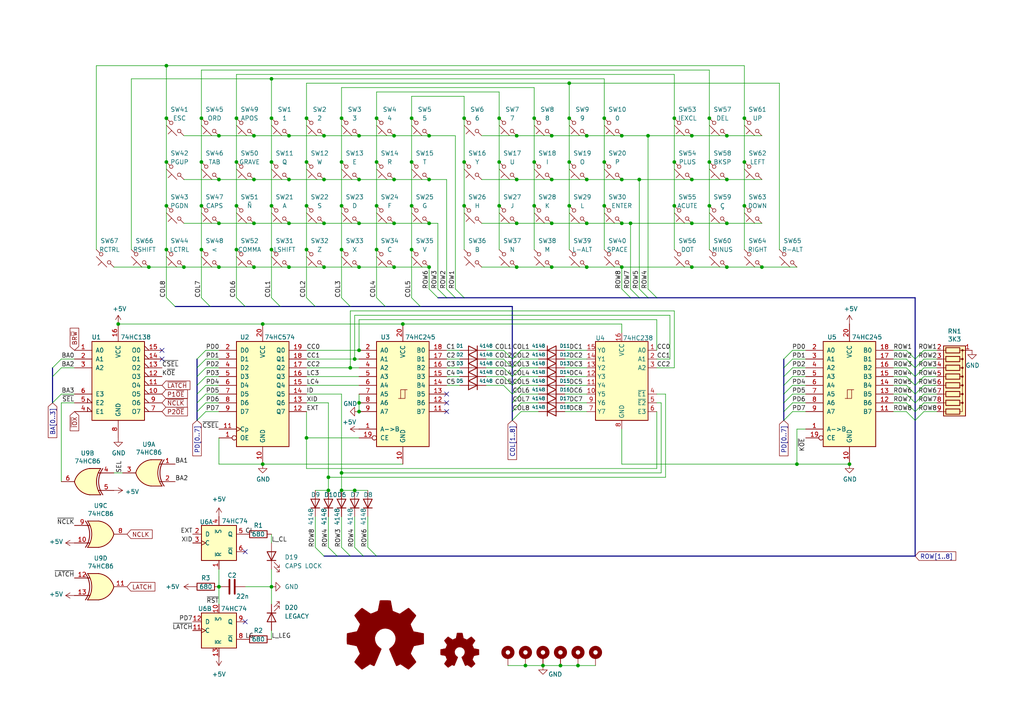
<source format=kicad_sch>
(kicad_sch (version 20231120) (generator "eeschema") (generator_version "8.0")
  (paper "A4")
  (title_block (title "Durango·PLUS extended Keyboard") (date "2024-11-08") (rev "v1.0") (company "@zuiko21") (comment 1 "(c) 2023-2024 Carlos J. Santisteban"))
  (junction (at 48.26 46.99))
  (junction (at 185.42 52.07))
  (junction (at 231.14 134.62))
  (junction (at 88.9 34.29))
  (junction (at 187.96 39.37))
  (junction (at 58.42 72.39))
  (junction (at 99.06 137.16))
  (junction (at 104.14 52.07))
  (junction (at 109.22 34.29))
  (junction (at 104.14 116.84))
  (junction (at 78.74 170.18))
  (junction (at 124.46 52.07))
  (junction (at 134.62 46.99))
  (junction (at 76.2 134.62))
  (junction (at 114.3 77.47))
  (junction (at 104.14 39.37))
  (junction (at 102.87 104.14))
  (junction (at 95.25 142.24))
  (junction (at 152.4 193.04))
  (junction (at 149.86 52.07))
  (junction (at 78.74 72.39))
  (junction (at 200.66 39.37))
  (junction (at 99.06 59.69))
  (junction (at 134.62 59.69))
  (junction (at 73.66 77.47))
  (junction (at 34.29 93.98))
  (junction (at 83.82 64.77))
  (junction (at 162.56 193.04))
  (junction (at 144.78 34.29))
  (junction (at 200.66 77.47))
  (junction (at 101.6 106.68))
  (junction (at 180.34 64.77))
  (junction (at 93.98 52.07))
  (junction (at 124.46 64.77))
  (junction (at 109.22 46.99))
  (junction (at 210.82 52.07))
  (junction (at 95.25 138.43))
  (junction (at 165.1 34.29))
  (junction (at 195.58 34.29))
  (junction (at 205.74 59.69))
  (junction (at 58.42 34.29))
  (junction (at 73.66 52.07))
  (junction (at 88.9 127))
  (junction (at 149.86 64.77))
  (junction (at 165.1 46.99))
  (junction (at 48.26 34.29))
  (junction (at 154.94 59.69))
  (junction (at 124.46 77.47))
  (junction (at 124.46 39.37))
  (junction (at 215.9 59.69))
  (junction (at 93.98 77.47))
  (junction (at 104.14 101.6))
  (junction (at 119.38 46.99))
  (junction (at 88.9 72.39))
  (junction (at 205.74 34.29))
  (junction (at 58.42 59.69))
  (junction (at 102.87 142.24))
  (junction (at 48.26 72.39))
  (junction (at 144.78 46.99))
  (junction (at 210.82 77.47))
  (junction (at 63.5 64.77))
  (junction (at 99.06 72.39))
  (junction (at 68.58 34.29))
  (junction (at 114.3 39.37))
  (junction (at 210.82 64.77))
  (junction (at 99.06 46.99))
  (junction (at 88.9 59.69))
  (junction (at 48.26 19.05))
  (junction (at 165.1 59.69))
  (junction (at 154.94 46.99))
  (junction (at 154.94 34.29))
  (junction (at 160.02 77.47))
  (junction (at 175.26 34.29))
  (junction (at 99.06 142.24))
  (junction (at 170.18 52.07))
  (junction (at 99.06 34.29))
  (junction (at 93.98 39.37))
  (junction (at 170.18 39.37))
  (junction (at 83.82 52.07))
  (junction (at 210.82 39.37))
  (junction (at 144.78 59.69))
  (junction (at 180.34 39.37))
  (junction (at 160.02 39.37))
  (junction (at 78.74 34.29))
  (junction (at 114.3 52.07))
  (junction (at 73.66 64.77))
  (junction (at 43.18 77.47))
  (junction (at 68.58 72.39))
  (junction (at 48.26 59.69))
  (junction (at 215.9 34.29))
  (junction (at 83.82 77.47))
  (junction (at 109.22 72.39))
  (junction (at 220.98 77.47))
  (junction (at 175.26 59.69))
  (junction (at 205.74 46.99))
  (junction (at 175.26 46.99))
  (junction (at 53.34 77.47))
  (junction (at 182.88 64.77))
  (junction (at 170.18 64.77))
  (junction (at 63.5 77.47))
  (junction (at 165.1 24.13))
  (junction (at 58.42 46.99))
  (junction (at 119.38 59.69))
  (junction (at 76.2 93.98))
  (junction (at 78.74 59.69))
  (junction (at 200.66 64.77))
  (junction (at 104.14 77.47))
  (junction (at 83.82 39.37))
  (junction (at 167.64 193.04))
  (junction (at 93.98 64.77))
  (junction (at 180.34 52.07))
  (junction (at 170.18 77.47))
  (junction (at 109.22 59.69))
  (junction (at 134.62 34.29))
  (junction (at 63.5 170.18))
  (junction (at 180.34 77.47))
  (junction (at 119.38 34.29))
  (junction (at 78.74 46.99))
  (junction (at 73.66 39.37))
  (junction (at 104.14 119.38))
  (junction (at 246.38 134.62))
  (junction (at 195.58 46.99))
  (junction (at 160.02 64.77))
  (junction (at 88.9 46.99))
  (junction (at 149.86 39.37))
  (junction (at 195.58 59.69))
  (junction (at 200.66 52.07))
  (junction (at 78.74 22.86))
  (junction (at 149.86 77.47))
  (junction (at 63.5 52.07))
  (junction (at 114.3 64.77))
  (junction (at 157.48 193.04))
  (junction (at 68.58 59.69))
  (junction (at 215.9 46.99))
  (junction (at 119.38 72.39))
  (junction (at 104.14 64.77))
  (junction (at 68.58 46.99))
  (junction (at 63.5 39.37))
  (junction (at 116.84 93.98))
  (junction (at 160.02 52.07))
  (no_connect (at 129.54 114.3))
  (no_connect (at 129.54 116.84))
  (no_connect (at 71.12 180.34))
  (no_connect (at 129.54 119.38))
  (no_connect (at 71.12 160.02))
  (no_connect (at 46.99 104.14))
  (no_connect (at 46.99 101.6))
  (bus_entry (at 262.89 111.76) (size 2.54 2.54))
  (bus_entry (at 57.15 104.14) (size 2.54 -2.54))
  (bus_entry (at 229.87 116.84) (size -2.54 2.54))
  (bus_entry (at 262.89 116.84) (size 2.54 2.54))
  (bus_entry (at 267.97 119.38) (size -2.54 2.54))
  (bus_entry (at 267.97 111.76) (size -2.54 2.54))
  (bus_entry (at 267.97 116.84) (size -2.54 2.54))
  (bus_entry (at 48.26 86.36) (size 2.54 2.54))
  (bus_entry (at 267.97 114.3) (size -2.54 2.54))
  (bus_entry (at 182.88 83.82) (size 2.54 2.54))
  (bus_entry (at 151.13 111.76) (size -2.54 2.54))
  (bus_entry (at 106.68 158.75) (size 2.54 2.54))
  (bus_entry (at 267.97 106.68) (size -2.54 2.54))
  (bus_entry (at 99.06 86.36) (size 2.54 2.54))
  (bus_entry (at 57.15 121.92) (size 2.54 -2.54))
  (bus_entry (at 146.05 111.76) (size 2.54 2.54))
  (bus_entry (at 146.05 109.22) (size 2.54 2.54))
  (bus_entry (at 15.24 109.22) (size 2.54 -2.54))
  (bus_entry (at 180.34 83.82) (size 2.54 2.54))
  (bus_entry (at 151.13 104.14) (size -2.54 2.54))
  (bus_entry (at 151.13 106.68) (size -2.54 2.54))
  (bus_entry (at 151.13 119.38) (size -2.54 2.54))
  (bus_entry (at 229.87 114.3) (size -2.54 2.54))
  (bus_entry (at 267.97 101.6) (size -2.54 2.54))
  (bus_entry (at 15.24 116.84) (size 2.54 -2.54))
  (bus_entry (at 146.05 104.14) (size 2.54 2.54))
  (bus_entry (at 15.24 106.68) (size 2.54 -2.54))
  (bus_entry (at 88.9 86.36) (size 2.54 2.54))
  (bus_entry (at 57.15 106.68) (size 2.54 -2.54))
  (bus_entry (at 185.42 83.82) (size 2.54 2.54))
  (bus_entry (at 229.87 109.22) (size -2.54 2.54))
  (bus_entry (at 146.05 101.6) (size 2.54 2.54))
  (bus_entry (at 262.89 104.14) (size 2.54 2.54))
  (bus_entry (at 132.08 83.82) (size 2.54 2.54))
  (bus_entry (at 68.58 86.36) (size 2.54 2.54))
  (bus_entry (at 151.13 114.3) (size -2.54 2.54))
  (bus_entry (at 129.54 83.82) (size 2.54 2.54))
  (bus_entry (at 229.87 111.76) (size -2.54 2.54))
  (bus_entry (at 229.87 101.6) (size -2.54 2.54))
  (bus_entry (at 99.06 158.75) (size 2.54 2.54))
  (bus_entry (at 57.15 116.84) (size 2.54 -2.54))
  (bus_entry (at 229.87 119.38) (size -2.54 2.54))
  (bus_entry (at 57.15 119.38) (size 2.54 -2.54))
  (bus_entry (at 262.89 114.3) (size 2.54 2.54))
  (bus_entry (at 229.87 106.68) (size -2.54 2.54))
  (bus_entry (at 151.13 101.6) (size -2.54 2.54))
  (bus_entry (at 151.13 109.22) (size -2.54 2.54))
  (bus_entry (at 102.87 158.75) (size 2.54 2.54))
  (bus_entry (at 109.22 86.36) (size 2.54 2.54))
  (bus_entry (at 267.97 104.14) (size -2.54 2.54))
  (bus_entry (at 146.05 106.68) (size 2.54 2.54))
  (bus_entry (at 262.89 109.22) (size 2.54 2.54))
  (bus_entry (at 119.38 86.36) (size 2.54 2.54))
  (bus_entry (at 127 83.82) (size 2.54 2.54))
  (bus_entry (at 262.89 119.38) (size 2.54 2.54))
  (bus_entry (at 91.44 158.75) (size 2.54 2.54))
  (bus_entry (at 124.46 83.82) (size 2.54 2.54))
  (bus_entry (at 58.42 86.36) (size 2.54 2.54))
  (bus_entry (at 151.13 116.84) (size -2.54 2.54))
  (bus_entry (at 57.15 111.76) (size 2.54 -2.54))
  (bus_entry (at 57.15 114.3) (size 2.54 -2.54))
  (bus_entry (at 262.89 106.68) (size 2.54 2.54))
  (bus_entry (at 57.15 109.22) (size 2.54 -2.54))
  (bus_entry (at 95.25 158.75) (size 2.54 2.54))
  (bus_entry (at 78.74 86.36) (size 2.54 2.54))
  (bus_entry (at 262.89 101.6) (size 2.54 2.54))
  (bus_entry (at 187.96 83.82) (size 2.54 2.54))
  (bus_entry (at 267.97 109.22) (size -2.54 2.54))
  (bus_entry (at 229.87 104.14) (size -2.54 2.54))
  (wire (pts (xy 259.08 111.76) (xy 262.89 111.76)))
  (wire (pts (xy 83.82 77.47) (xy 93.98 77.47)))
  (wire (pts (xy 95.25 138.43) (xy 193.04 138.43)))
  (wire (pts (xy 109.22 34.29) (xy 109.22 46.99)))
  (bus (pts (xy 227.33 106.68) (xy 227.33 109.22)))
  (bus (pts (xy 148.59 114.3) (xy 148.59 116.84)))
  (wire (pts (xy 58.42 34.29) (xy 58.42 46.99)))
  (wire (pts (xy 48.26 19.05) (xy 215.9 19.05)))
  (bus (pts (xy 227.33 119.38) (xy 227.33 121.92)))
  (wire (pts (xy 63.5 170.18) (xy 63.5 175.26)))
  (wire (pts (xy 193.04 114.3) (xy 190.5 114.3)))
  (bus (pts (xy 101.6 161.29) (xy 105.41 161.29)))
  (wire (pts (xy 93.98 77.47) (xy 104.14 77.47)))
  (wire (pts (xy 156.21 101.6) (xy 151.13 101.6)))
  (wire (pts (xy 114.3 39.37) (xy 124.46 39.37)))
  (wire (pts (xy 124.46 64.77) (xy 127 64.77)))
  (wire (pts (xy 63.5 39.37) (xy 73.66 39.37)))
  (wire (pts (xy 88.9 111.76) (xy 104.14 111.76)))
  (wire (pts (xy 210.82 52.07) (xy 220.98 52.07)))
  (wire (pts (xy 170.18 64.77) (xy 180.34 64.77)))
  (wire (pts (xy 48.26 59.69) (xy 48.26 72.39)))
  (wire (pts (xy 59.69 106.68) (xy 63.5 106.68)))
  (wire (pts (xy 127 64.77) (xy 127 83.82)))
  (bus (pts (xy 148.59 106.68) (xy 148.59 109.22)))
  (wire (pts (xy 165.1 59.69) (xy 165.1 72.39)))
  (wire (pts (xy 233.68 106.68) (xy 229.87 106.68)))
  (wire (pts (xy 165.1 34.29) (xy 165.1 24.13)))
  (wire (pts (xy 63.5 109.22) (xy 59.69 109.22)))
  (wire (pts (xy 144.78 34.29) (xy 144.78 46.99)))
  (wire (pts (xy 205.74 34.29) (xy 205.74 46.99)))
  (wire (pts (xy 167.64 193.04) (xy 172.72 193.04)))
  (wire (pts (xy 220.98 77.47) (xy 231.14 77.47)))
  (wire (pts (xy 71.12 170.18) (xy 78.74 170.18)))
  (wire (pts (xy 88.9 135.89) (xy 88.9 127)))
  (wire (pts (xy 34.29 93.98) (xy 76.2 93.98)))
  (wire (pts (xy 180.34 39.37) (xy 170.18 39.37)))
  (wire (pts (xy 119.38 72.39) (xy 119.38 86.36)))
  (wire (pts (xy 53.34 52.07) (xy 63.5 52.07)))
  (wire (pts (xy 102.87 149.86) (xy 102.87 158.75)))
  (wire (pts (xy 53.34 64.77) (xy 63.5 64.77)))
  (wire (pts (xy 195.58 21.59) (xy 195.58 34.29)))
  (wire (pts (xy 210.82 64.77) (xy 220.98 64.77)))
  (wire (pts (xy 43.18 77.47) (xy 53.34 77.47)))
  (wire (pts (xy 68.58 46.99) (xy 68.58 59.69)))
  (wire (pts (xy 175.26 59.69) (xy 175.26 46.99)))
  (wire (pts (xy 195.58 106.68) (xy 195.58 90.17)))
  (wire (pts (xy 88.9 34.29) (xy 88.9 46.99)))
  (wire (pts (xy 99.06 46.99) (xy 99.06 34.29)))
  (wire (pts (xy 109.22 34.29) (xy 109.22 26.67)))
  (wire (pts (xy 68.58 34.29) (xy 68.58 21.59)))
  (wire (pts (xy 93.98 39.37) (xy 104.14 39.37)))
  (wire (pts (xy 190.5 106.68) (xy 195.58 106.68)))
  (wire (pts (xy 73.66 77.47) (xy 83.82 77.47)))
  (wire (pts (xy 144.78 46.99) (xy 144.78 59.69)))
  (bus (pts (xy 185.42 86.36) (xy 187.96 86.36)))
  (bus (pts (xy 121.92 88.9) (xy 148.59 88.9)))
  (wire (pts (xy 259.08 116.84) (xy 262.89 116.84)))
  (bus (pts (xy 148.59 119.38) (xy 148.59 121.92)))
  (wire (pts (xy 149.86 39.37) (xy 139.7 39.37)))
  (wire (pts (xy 190.5 116.84) (xy 191.77 116.84)))
  (wire (pts (xy 156.21 119.38) (xy 151.13 119.38)))
  (wire (pts (xy 33.02 77.47) (xy 43.18 77.47)))
  (bus (pts (xy 105.41 161.29) (xy 109.22 161.29)))
  (wire (pts (xy 99.06 137.16) (xy 99.06 142.24)))
  (wire (pts (xy 157.48 193.04) (xy 162.56 193.04)))
  (wire (pts (xy 88.9 59.69) (xy 88.9 72.39)))
  (wire (pts (xy 175.26 72.39) (xy 175.26 59.69)))
  (wire (pts (xy 160.02 77.47) (xy 170.18 77.47)))
  (wire (pts (xy 99.06 59.69) (xy 99.06 46.99)))
  (wire (pts (xy 78.74 34.29) (xy 78.74 46.99)))
  (wire (pts (xy 102.87 104.14) (xy 104.14 104.14)))
  (wire (pts (xy 233.68 111.76) (xy 229.87 111.76)))
  (wire (pts (xy 154.94 46.99) (xy 154.94 34.29)))
  (wire (pts (xy 129.54 109.22) (xy 133.35 109.22)))
  (wire (pts (xy 267.97 101.6) (xy 271.78 101.6)))
  (wire (pts (xy 88.9 114.3) (xy 99.06 114.3)))
  (wire (pts (xy 114.3 64.77) (xy 124.46 64.77)))
  (wire (pts (xy 133.35 104.14) (xy 129.54 104.14)))
  (wire (pts (xy 163.83 101.6) (xy 170.18 101.6)))
  (wire (pts (xy 78.74 170.18) (xy 78.74 165.1)))
  (bus (pts (xy 265.43 106.68) (xy 265.43 109.22)))
  (wire (pts (xy 215.9 46.99) (xy 215.9 59.69)))
  (wire (pts (xy 170.18 111.76) (xy 163.83 111.76)))
  (wire (pts (xy 91.44 149.86) (xy 91.44 158.75)))
  (bus (pts (xy 109.22 161.29) (xy 265.43 161.29)))
  (wire (pts (xy 180.34 39.37) (xy 187.96 39.37)))
  (wire (pts (xy 59.69 116.84) (xy 63.5 116.84)))
  (wire (pts (xy 194.31 104.14) (xy 190.5 104.14)))
  (wire (pts (xy 147.32 193.04) (xy 152.4 193.04)))
  (bus (pts (xy 227.33 109.22) (xy 227.33 111.76)))
  (bus (pts (xy 132.08 86.36) (xy 134.62 86.36)))
  (wire (pts (xy 175.26 22.86) (xy 78.74 22.86)))
  (wire (pts (xy 114.3 77.47) (xy 124.46 77.47)))
  (wire (pts (xy 259.08 106.68) (xy 262.89 106.68)))
  (wire (pts (xy 267.97 116.84) (xy 271.78 116.84)))
  (wire (pts (xy 231.14 134.62) (xy 246.38 134.62)))
  (wire (pts (xy 21.59 114.3) (xy 17.78 114.3)))
  (wire (pts (xy 182.88 64.77) (xy 200.66 64.77)))
  (wire (pts (xy 259.08 109.22) (xy 262.89 109.22)))
  (wire (pts (xy 233.68 101.6) (xy 229.87 101.6)))
  (wire (pts (xy 152.4 193.04) (xy 157.48 193.04)))
  (wire (pts (xy 259.08 119.38) (xy 262.89 119.38)))
  (wire (pts (xy 215.9 59.69) (xy 215.9 72.39)))
  (wire (pts (xy 231.14 124.46) (xy 231.14 134.62)))
  (wire (pts (xy 78.74 170.18) (xy 78.74 175.26)))
  (wire (pts (xy 17.78 116.84) (xy 17.78 139.7)))
  (wire (pts (xy 99.06 72.39) (xy 99.06 86.36)))
  (wire (pts (xy 104.14 114.3) (xy 104.14 116.84)))
  (wire (pts (xy 259.08 101.6) (xy 262.89 101.6)))
  (wire (pts (xy 119.38 27.94) (xy 134.62 27.94)))
  (wire (pts (xy 185.42 52.07) (xy 185.42 83.82)))
  (wire (pts (xy 38.1 22.86) (xy 38.1 72.39)))
  (wire (pts (xy 48.26 34.29) (xy 48.26 19.05)))
  (wire (pts (xy 88.9 46.99) (xy 88.9 59.69)))
  (wire (pts (xy 267.97 109.22) (xy 271.78 109.22)))
  (bus (pts (xy 15.24 109.22) (xy 15.24 116.84)))
  (wire (pts (xy 63.5 134.62) (xy 76.2 134.62)))
  (wire (pts (xy 33.02 137.16) (xy 35.56 137.16)))
  (wire (pts (xy 259.08 104.14) (xy 262.89 104.14)))
  (wire (pts (xy 182.88 64.77) (xy 182.88 83.82)))
  (wire (pts (xy 109.22 46.99) (xy 109.22 59.69)))
  (wire (pts (xy 175.26 46.99) (xy 175.26 34.29)))
  (wire (pts (xy 267.97 106.68) (xy 271.78 106.68)))
  (wire (pts (xy 99.06 59.69) (xy 99.06 72.39)))
  (wire (pts (xy 116.84 93.98) (xy 180.34 93.98)))
  (bus (pts (xy 148.59 111.76) (xy 148.59 114.3)))
  (wire (pts (xy 170.18 116.84) (xy 163.83 116.84)))
  (bus (pts (xy 265.43 86.36) (xy 265.43 104.14)))
  (wire (pts (xy 102.87 142.24) (xy 106.68 142.24)))
  (wire (pts (xy 187.96 39.37) (xy 200.66 39.37)))
  (wire (pts (xy 78.74 154.94) (xy 78.74 157.48)))
  (wire (pts (xy 195.58 46.99) (xy 195.58 59.69)))
  (wire (pts (xy 190.5 92.71) (xy 104.14 92.71)))
  (wire (pts (xy 139.7 77.47) (xy 149.86 77.47)))
  (wire (pts (xy 78.74 46.99) (xy 78.74 59.69)))
  (wire (pts (xy 170.18 52.07) (xy 160.02 52.07)))
  (wire (pts (xy 63.5 111.76) (xy 59.69 111.76)))
  (bus (pts (xy 111.76 88.9) (xy 121.92 88.9)))
  (bus (pts (xy 227.33 114.3) (xy 227.33 116.84)))
  (wire (pts (xy 104.14 52.07) (xy 114.3 52.07)))
  (wire (pts (xy 63.5 52.07) (xy 73.66 52.07)))
  (wire (pts (xy 63.5 77.47) (xy 73.66 77.47)))
  (wire (pts (xy 88.9 116.84) (xy 95.25 116.84)))
  (wire (pts (xy 102.87 104.14) (xy 102.87 91.44)))
  (wire (pts (xy 170.18 77.47) (xy 180.34 77.47)))
  (wire (pts (xy 53.34 77.47) (xy 63.5 77.47)))
  (wire (pts (xy 88.9 101.6) (xy 104.14 101.6)))
  (wire (pts (xy 88.9 104.14) (xy 102.87 104.14)))
  (wire (pts (xy 180.34 52.07) (xy 170.18 52.07)))
  (wire (pts (xy 76.2 93.98) (xy 116.84 93.98)))
  (wire (pts (xy 156.21 106.68) (xy 151.13 106.68)))
  (bus (pts (xy 265.43 119.38) (xy 265.43 121.92)))
  (wire (pts (xy 109.22 26.67) (xy 144.78 26.67)))
  (wire (pts (xy 101.6 106.68) (xy 104.14 106.68)))
  (wire (pts (xy 134.62 27.94) (xy 134.62 34.29)))
  (wire (pts (xy 139.7 64.77) (xy 149.86 64.77)))
  (wire (pts (xy 58.42 59.69) (xy 58.42 72.39)))
  (wire (pts (xy 104.14 77.47) (xy 114.3 77.47)))
  (wire (pts (xy 83.82 64.77) (xy 93.98 64.77)))
  (wire (pts (xy 109.22 59.69) (xy 109.22 72.39)))
  (bus (pts (xy 227.33 104.14) (xy 227.33 106.68)))
  (wire (pts (xy 160.02 64.77) (xy 170.18 64.77)))
  (wire (pts (xy 170.18 119.38) (xy 163.83 119.38)))
  (wire (pts (xy 21.59 104.14) (xy 17.78 104.14)))
  (wire (pts (xy 154.94 72.39) (xy 154.94 59.69)))
  (wire (pts (xy 76.2 134.62) (xy 116.84 134.62)))
  (wire (pts (xy 190.5 135.89) (xy 190.5 119.38)))
  (wire (pts (xy 91.44 142.24) (xy 95.25 142.24)))
  (bus (pts (xy 265.43 121.92) (xy 265.43 161.29)))
  (wire (pts (xy 200.66 52.07) (xy 210.82 52.07)))
  (wire (pts (xy 27.94 19.05) (xy 27.94 72.39)))
  (wire (pts (xy 63.5 165.1) (xy 63.5 170.18)))
  (bus (pts (xy 129.54 86.36) (xy 132.08 86.36)))
  (wire (pts (xy 154.94 34.29) (xy 154.94 25.4)))
  (wire (pts (xy 195.58 59.69) (xy 195.58 72.39)))
  (wire (pts (xy 140.97 111.76) (xy 146.05 111.76)))
  (wire (pts (xy 175.26 34.29) (xy 175.26 22.86)))
  (wire (pts (xy 58.42 20.32) (xy 58.42 34.29)))
  (wire (pts (xy 149.86 64.77) (xy 160.02 64.77)))
  (bus (pts (xy 227.33 111.76) (xy 227.33 114.3)))
  (wire (pts (xy 233.68 116.84) (xy 229.87 116.84)))
  (wire (pts (xy 78.74 22.86) (xy 78.74 34.29)))
  (wire (pts (xy 119.38 34.29) (xy 119.38 27.94)))
  (wire (pts (xy 200.66 64.77) (xy 210.82 64.77)))
  (wire (pts (xy 78.74 182.88) (xy 78.74 185.42)))
  (wire (pts (xy 156.21 104.14) (xy 151.13 104.14)))
  (wire (pts (xy 114.3 52.07) (xy 124.46 52.07)))
  (wire (pts (xy 95.25 138.43) (xy 95.25 142.24)))
  (wire (pts (xy 180.34 124.46) (xy 180.34 134.62)))
  (wire (pts (xy 99.06 149.86) (xy 99.06 158.75)))
  (wire (pts (xy 124.46 39.37) (xy 132.08 39.37)))
  (wire (pts (xy 101.6 90.17) (xy 101.6 106.68)))
  (wire (pts (xy 200.66 39.37) (xy 210.82 39.37)))
  (wire (pts (xy 233.68 109.22) (xy 229.87 109.22)))
  (wire (pts (xy 205.74 59.69) (xy 205.74 72.39)))
  (wire (pts (xy 190.5 135.89) (xy 88.9 135.89)))
  (wire (pts (xy 156.21 116.84) (xy 151.13 116.84)))
  (bus (pts (xy 265.43 114.3) (xy 265.43 116.84)))
  (wire (pts (xy 88.9 109.22) (xy 104.14 109.22)))
  (wire (pts (xy 99.06 142.24) (xy 102.87 142.24)))
  (wire (pts (xy 119.38 59.69) (xy 119.38 72.39)))
  (wire (pts (xy 21.59 116.84) (xy 17.78 116.84)))
  (wire (pts (xy 267.97 114.3) (xy 271.78 114.3)))
  (wire (pts (xy 63.5 104.14) (xy 59.69 104.14)))
  (wire (pts (xy 210.82 77.47) (xy 220.98 77.47)))
  (wire (pts (xy 48.26 34.29) (xy 48.26 46.99)))
  (wire (pts (xy 160.02 39.37) (xy 149.86 39.37)))
  (wire (pts (xy 200.66 77.47) (xy 210.82 77.47)))
  (wire (pts (xy 58.42 46.99) (xy 58.42 59.69)))
  (wire (pts (xy 180.34 52.07) (xy 185.42 52.07)))
  (wire (pts (xy 233.68 114.3) (xy 229.87 114.3)))
  (wire (pts (xy 170.18 114.3) (xy 163.83 114.3)))
  (bus (pts (xy 182.88 86.36) (xy 185.42 86.36)))
  (bus (pts (xy 187.96 86.36) (xy 190.5 86.36)))
  (wire (pts (xy 78.74 72.39) (xy 78.74 86.36)))
  (wire (pts (xy 195.58 90.17) (xy 101.6 90.17)))
  (wire (pts (xy 129.54 111.76) (xy 133.35 111.76)))
  (wire (pts (xy 233.68 104.14) (xy 229.87 104.14)))
  (wire (pts (xy 170.18 106.68) (xy 163.83 106.68)))
  (bus (pts (xy 57.15 106.68) (xy 57.15 109.22)))
  (wire (pts (xy 170.18 109.22) (xy 163.83 109.22)))
  (bus (pts (xy 265.43 111.76) (xy 265.43 114.3)))
  (wire (pts (xy 156.21 109.22) (xy 151.13 109.22)))
  (wire (pts (xy 104.14 64.77) (xy 114.3 64.77)))
  (wire (pts (xy 88.9 119.38) (xy 88.9 127)))
  (wire (pts (xy 205.74 46.99) (xy 205.74 59.69)))
  (wire (pts (xy 78.74 59.69) (xy 78.74 72.39)))
  (wire (pts (xy 93.98 64.77) (xy 104.14 64.77)))
  (bus (pts (xy 81.28 88.9) (xy 91.44 88.9)))
  (wire (pts (xy 68.58 72.39) (xy 68.58 86.36)))
  (wire (pts (xy 215.9 19.05) (xy 215.9 34.29)))
  (wire (pts (xy 88.9 127) (xy 104.14 127)))
  (wire (pts (xy 170.18 39.37) (xy 160.02 39.37)))
  (wire (pts (xy 140.97 106.68) (xy 146.05 106.68)))
  (wire (pts (xy 162.56 193.04) (xy 167.64 193.04)))
  (wire (pts (xy 180.34 93.98) (xy 180.34 96.52)))
  (wire (pts (xy 140.97 109.22) (xy 146.05 109.22)))
  (bus (pts (xy 57.15 116.84) (xy 57.15 119.38)))
  (wire (pts (xy 78.74 22.86) (xy 38.1 22.86)))
  (bus (pts (xy 127 86.36) (xy 129.54 86.36)))
  (bus (pts (xy 57.15 114.3) (xy 57.15 116.84)))
  (bus (pts (xy 134.62 86.36) (xy 182.88 86.36)))
  (wire (pts (xy 165.1 24.13) (xy 88.9 24.13)))
  (wire (pts (xy 68.58 59.69) (xy 68.58 72.39)))
  (wire (pts (xy 195.58 34.29) (xy 195.58 46.99)))
  (bus (pts (xy 265.43 116.84) (xy 265.43 119.38)))
  (wire (pts (xy 190.5 101.6) (xy 190.5 92.71)))
  (wire (pts (xy 109.22 72.39) (xy 109.22 86.36)))
  (bus (pts (xy 71.12 88.9) (xy 81.28 88.9)))
  (wire (pts (xy 185.42 52.07) (xy 200.66 52.07)))
  (wire (pts (xy 48.26 19.05) (xy 27.94 19.05)))
  (wire (pts (xy 180.34 134.62) (xy 231.14 134.62)))
  (wire (pts (xy 191.77 116.84) (xy 191.77 137.16)))
  (wire (pts (xy 119.38 34.29) (xy 119.38 46.99)))
  (wire (pts (xy 267.97 104.14) (xy 271.78 104.14)))
  (wire (pts (xy 53.34 39.37) (xy 63.5 39.37)))
  (wire (pts (xy 63.5 101.6) (xy 59.69 101.6)))
  (wire (pts (xy 73.66 39.37) (xy 83.82 39.37)))
  (wire (pts (xy 267.97 111.76) (xy 271.78 111.76)))
  (bus (pts (xy 101.6 88.9) (xy 111.76 88.9)))
  (wire (pts (xy 99.06 114.3) (xy 99.06 137.16)))
  (bus (pts (xy 97.79 161.29) (xy 101.6 161.29)))
  (wire (pts (xy 88.9 72.39) (xy 88.9 86.36)))
  (wire (pts (xy 144.78 59.69) (xy 144.78 72.39)))
  (wire (pts (xy 226.06 24.13) (xy 226.06 72.39)))
  (wire (pts (xy 165.1 24.13) (xy 226.06 24.13)))
  (wire (pts (xy 63.5 127) (xy 63.5 134.62)))
  (wire (pts (xy 180.34 77.47) (xy 180.34 83.82)))
  (wire (pts (xy 134.62 59.69) (xy 134.62 46.99)))
  (wire (pts (xy 233.68 124.46) (xy 231.14 124.46)))
  (wire (pts (xy 106.68 158.75) (xy 106.68 149.86)))
  (wire (pts (xy 102.87 91.44) (xy 194.31 91.44)))
  (wire (pts (xy 59.69 119.38) (xy 63.5 119.38)))
  (wire (pts (xy 160.02 52.07) (xy 149.86 52.07)))
  (bus (pts (xy 93.98 161.29) (xy 97.79 161.29)))
  (bus (pts (xy 148.59 104.14) (xy 148.59 106.68)))
  (wire (pts (xy 140.97 101.6) (xy 146.05 101.6)))
  (bus (pts (xy 148.59 116.84) (xy 148.59 119.38)))
  (wire (pts (xy 149.86 52.07) (xy 139.7 52.07)))
  (wire (pts (xy 68.58 21.59) (xy 195.58 21.59)))
  (wire (pts (xy 165.1 46.99) (xy 165.1 59.69)))
  (wire (pts (xy 95.25 149.86) (xy 95.25 158.75)))
  (wire (pts (xy 215.9 34.29) (xy 215.9 46.99)))
  (wire (pts (xy 93.98 52.07) (xy 104.14 52.07)))
  (wire (pts (xy 210.82 39.37) (xy 220.98 39.37)))
  (wire (pts (xy 267.97 119.38) (xy 271.78 119.38)))
  (bus (pts (xy 15.24 106.68) (xy 15.24 109.22)))
  (wire (pts (xy 180.34 64.77) (xy 182.88 64.77)))
  (bus (pts (xy 57.15 104.14) (xy 57.15 106.68)))
  (wire (pts (xy 104.14 92.71) (xy 104.14 101.6)))
  (wire (pts (xy 95.25 116.84) (xy 95.25 138.43)))
  (wire (pts (xy 83.82 39.37) (xy 93.98 39.37)))
  (bus (pts (xy 57.15 119.38) (xy 57.15 121.92)))
  (wire (pts (xy 205.74 20.32) (xy 58.42 20.32)))
  (bus (pts (xy 148.59 109.22) (xy 148.59 111.76)))
  (wire (pts (xy 194.31 91.44) (xy 194.31 104.14)))
  (bus (pts (xy 190.5 86.36) (xy 265.43 86.36)))
  (wire (pts (xy 59.69 114.3) (xy 63.5 114.3)))
  (bus (pts (xy 50.8 88.9) (xy 60.96 88.9)))
  (wire (pts (xy 104.14 39.37) (xy 114.3 39.37)))
  (bus (pts (xy 60.96 88.9) (xy 71.12 88.9)))
  (bus (pts (xy 91.44 88.9) (xy 101.6 88.9)))
  (wire (pts (xy 129.54 52.07) (xy 129.54 83.82)))
  (wire (pts (xy 99.06 25.4) (xy 99.06 34.29)))
  (wire (pts (xy 58.42 72.39) (xy 58.42 86.36)))
  (wire (pts (xy 134.62 72.39) (xy 134.62 59.69)))
  (bus (pts (xy 148.59 88.9) (xy 148.59 104.14)))
  (bus (pts (xy 227.33 116.84) (xy 227.33 119.38)))
  (wire (pts (xy 119.38 46.99) (xy 119.38 59.69)))
  (wire (pts (xy 124.46 77.47) (xy 124.46 83.82)))
  (bus (pts (xy 57.15 109.22) (xy 57.15 111.76)))
  (bus (pts (xy 265.43 109.22) (xy 265.43 111.76)))
  (wire (pts (xy 63.5 64.77) (xy 73.66 64.77)))
  (wire (pts (xy 88.9 24.13) (xy 88.9 34.29)))
  (wire (pts (xy 144.78 26.67) (xy 144.78 34.29)))
  (wire (pts (xy 104.14 116.84) (xy 104.14 119.38)))
  (wire (pts (xy 187.96 39.37) (xy 187.96 83.82)))
  (wire (pts (xy 134.62 46.99) (xy 134.62 34.29)))
  (wire (pts (xy 129.54 106.68) (xy 133.35 106.68)))
  (wire (pts (xy 21.59 106.68) (xy 17.78 106.68)))
  (wire (pts (xy 149.86 77.47) (xy 160.02 77.47)))
  (wire (pts (xy 205.74 34.29) (xy 205.74 20.32)))
  (wire (pts (xy 48.26 46.99) (xy 48.26 59.69)))
  (wire (pts (xy 154.94 25.4) (xy 99.06 25.4)))
  (wire (pts (xy 163.83 104.14) (xy 170.18 104.14)))
  (wire (pts (xy 132.08 39.37) (xy 132.08 83.82)))
  (wire (pts (xy 88.9 106.68) (xy 101.6 106.68)))
  (wire (pts (xy 73.66 64.77) (xy 83.82 64.77)))
  (wire (pts (xy 151.13 114.3) (xy 156.21 114.3)))
  (wire (pts (xy 165.1 34.29) (xy 165.1 46.99)))
  (wire (pts (xy 73.66 52.07) (xy 83.82 52.07)))
  (wire (pts (xy 48.26 72.39) (xy 48.26 86.36)))
  (wire (pts (xy 180.34 77.47) (xy 200.66 77.47)))
  (wire (pts (xy 193.04 138.43) (xy 193.04 114.3)))
  (wire (pts (xy 259.08 114.3) (xy 262.89 114.3)))
  (wire (pts (xy 124.46 52.07) (xy 129.54 52.07)))
  (wire (pts (xy 233.68 119.38) (xy 229.87 119.38)))
  (wire (pts (xy 140.97 104.14) (xy 146.05 104.14)))
  (bus (pts (xy 57.15 111.76) (xy 57.15 114.3)))
  (wire (pts (xy 99.06 137.16) (xy 191.77 137.16)))
  (wire (pts (xy 129.54 101.6) (xy 133.35 101.6)))
  (wire (pts (xy 156.21 111.76) (xy 151.13 111.76)))
  (wire (pts (xy 83.82 52.07) (xy 93.98 52.07)))
  (bus (pts (xy 265.43 104.14) (xy 265.43 106.68)))
  (wire (pts (xy 154.94 59.69) (xy 154.94 46.99)))
  (wire (pts (xy 68.58 34.29) (xy 68.58 46.99)))
  (label "~{LATCH}" (at 21.59 167.64 180))
  (label "L_CL" (at 78.74 157.48 0))
  (label "ROW7" (at 271.78 116.84 180))
  (label "COL4" (at 153.67 109.22 180))
  (label "COL6" (at 68.58 86.36 90))
  (label "ROW3" (at 127 83.82 90))
  (label "ROW2" (at 259.08 104.14 0))
  (label "ROW4" (at 95.25 158.75 90))
  (label "COL1" (at 143.51 101.6 0))
  (label "CC2" (at 190.5 106.68 0))
  (label "PD2" (at 233.68 106.68 180))
  (label "C3" (at 132.08 106.68 180))
  (label "PD3" (at 233.68 109.22 180))
  (label "ROW1" (at 271.78 101.6 180))
  (label "BA2" (at 50.8 139.7 0))
  (label "ROW5" (at 271.78 111.76 180))
  (label "BA2" (at 21.59 106.68 180))
  (label "XID" (at 55.88 157.48 180))
  (label "LC4" (at 88.9 111.76 0))
  (label "BA0" (at 21.59 104.14 180))
  (label "DC2" (at 165.1 104.14 0))
  (label "EXT" (at 55.88 154.94 180))
  (label "COL8" (at 153.67 119.38 180))
  (label "COL5" (at 119.38 86.36 90))
  (label "COL1" (at 153.67 101.6 180))
  (label "CL" (at 71.12 154.94 0))
  (label "PD7" (at 233.68 119.38 180))
  (label "ROW1" (at 259.08 101.6 0))
  (label "COL7" (at 153.67 116.84 180))
  (label "CC0" (at 190.5 101.6 0))
  (label "XID" (at 88.9 116.84 0))
  (label "CC1" (at 88.9 104.14 0))
  (label "COL2" (at 88.9 86.36 90))
  (label "ROW3" (at 259.08 106.68 0))
  (label "PD6" (at 233.68 116.84 180))
  (label "ROW8" (at 271.78 119.38 180))
  (label "PD7" (at 59.69 119.38 0))
  (label "PD6" (at 59.69 116.84 0))
  (label "PD2" (at 59.69 106.68 0))
  (label "COL6" (at 153.67 114.3 180))
  (label "ROW4" (at 102.87 158.75 90))
  (label "COL8" (at 48.26 86.36 90))
  (label "L_LEG" (at 78.74 185.42 0))
  (label "ROW7" (at 182.88 83.82 90))
  (label "ROW3" (at 99.06 158.75 90))
  (label "DC6" (at 165.1 114.3 0))
  (label "PD4" (at 233.68 111.76 180))
  (label "ROW5" (at 259.08 111.76 0))
  (label "ROW8" (at 91.44 158.75 90))
  (label "ROW6" (at 259.08 114.3 0))
  (label "SEL" (at 35.56 137.16 90))
  (label "ROW4" (at 259.08 109.22 0))
  (label "PD3" (at 59.69 109.22 0))
  (label "ROW2" (at 271.78 104.14 180))
  (label "ROW7" (at 259.08 116.84 0))
  (label "BA1" (at 50.8 134.62 0))
  (label "LG" (at 71.12 185.42 0))
  (label "~{LATCH}" (at 55.88 182.88 180))
  (label "ROW6" (at 124.46 83.82 90))
  (label "~{CSEL}" (at 63.5 124.46 180))
  (label "ROW5" (at 185.42 83.82 90))
  (label "K~{OE}" (at 233.68 127 270))
  (label "COL2" (at 143.51 104.14 0))
  (label "C5" (at 132.08 111.76 180))
  (label "~{SEL}" (at 21.59 116.84 180))
  (label "K~{OE}" (at 46.99 109.22 0))
  (label "~{NCLK}" (at 21.59 152.4 180))
  (label "PD7" (at 55.88 180.34 180))
  (label "COL4" (at 143.51 109.22 0))
  (label "PD0" (at 233.68 101.6 180))
  (label "ROW4" (at 271.78 109.22 180))
  (label "PD5" (at 233.68 114.3 180))
  (label "DC7" (at 165.1 116.84 0))
  (label "DC5" (at 165.1 111.76 0))
  (label "BA3" (at 21.59 114.3 180))
  (label "PD4" (at 59.69 111.76 0))
  (label "ROW6" (at 106.68 158.75 90))
  (label "PD5" (at 59.69 114.3 0))
  (label "PD0" (at 59.69 101.6 0))
  (label "ROW4" (at 187.96 83.82 90))
  (label "CC2" (at 88.9 106.68 0))
  (label "~{RST}" (at 63.5 175.26 180))
  (label "COL1" (at 78.74 86.36 90))
  (label "DC1" (at 165.1 101.6 0))
  (label "PD1" (at 59.69 104.14 0))
  (label "COL3" (at 99.06 86.36 90))
  (label "CC1" (at 190.5 104.14 0))
  (label "ROW2" (at 129.54 83.82 90))
  (label "PD1" (at 233.68 104.14 180))
  (label "ROW1" (at 132.08 83.82 90))
  (label "C1" (at 132.08 101.6 180))
  (label "DC4" (at 165.1 109.22 0))
  (label "ROW3" (at 271.78 106.68 180))
  (label "COL5" (at 143.51 111.76 0))
  (label "COL5" (at 153.67 111.76 180))
  (label "EXT" (at 88.9 119.38 0))
  (label "COL7" (at 58.42 86.36 90))
  (label "C2" (at 132.08 104.14 180))
  (label "COL3" (at 143.51 106.68 0))
  (label "COL2" (at 153.67 104.14 180))
  (label "C4" (at 132.08 109.22 180))
  (label "ROW8" (at 259.08 119.38 0))
  (label "ROW8" (at 180.34 83.82 90))
  (label "LC3" (at 88.9 109.22 0))
  (label "ROW6" (at 271.78 114.3 180))
  (label "~{CSEL}" (at 46.99 106.68 0))
  (label "COL4" (at 109.22 86.36 90))
  (label "CC0" (at 88.9 101.6 0))
  (label "DC3" (at 165.1 106.68 0))
  (label "ID" (at 88.9 114.3 0))
  (label "COL3" (at 153.67 106.68 180))
  (label "DC8" (at 165.1 119.38 0))
  (global_label "~{LATCH}" (shape input) (at 46.99 111.76 0) (property "Intersheetrefs" "${INTERSHEET_REFS}" (effects (hide yes))))
  (global_label "PD[0..7]" (shape input) (at 227.33 121.92 270) (property "Intersheetrefs" "${INTERSHEET_REFS}" (effects (hide yes))))
  (global_label "COL[1..8]" (shape input) (at 148.59 121.92 270) (property "Intersheetrefs" "${INTERSHEET_REFS}" (effects (hide yes))))
  (global_label "NCLK" (shape input) (at 36.83 154.94 0) (property "Intersheetrefs" "${INTERSHEET_REFS}" (effects (hide yes))))
  (global_label "~{IOX}" (shape input) (at 21.59 119.38 270) (property "Intersheetrefs" "${INTERSHEET_REFS}" (effects (hide yes))))
  (global_label "~{NCLK}" (shape input) (at 46.99 116.84 0) (property "Intersheetrefs" "${INTERSHEET_REFS}" (effects (hide yes))))
  (global_label "PD[0..7]" (shape input) (at 57.15 121.92 270) (property "Intersheetrefs" "${INTERSHEET_REFS}" (effects (hide yes))))
  (global_label "P2~{OE}" (shape input) (at 46.99 119.38 0) (property "Intersheetrefs" "${INTERSHEET_REFS}" (effects (hide yes))))
  (global_label "LATCH" (shape input) (at 36.83 170.18 0) (property "Intersheetrefs" "${INTERSHEET_REFS}" (effects (hide yes))))
  (global_label "P1~{OE}" (shape input) (at 46.99 114.3 0) (property "Intersheetrefs" "${INTERSHEET_REFS}" (effects (hide yes))))
  (global_label "BA[0..3]" (shape input) (at 15.24 116.84 270) (property "Intersheetrefs" "${INTERSHEET_REFS}" (effects (hide yes))))
  (global_label "ROW[1..8]" (shape input) (at 265.43 161.29 0) (property "Intersheetrefs" "${INTERSHEET_REFS}" (effects (hide yes))))
  (global_label "BR~{W}" (shape input) (at 21.59 101.6 90) (property "Intersheetrefs" "${INTERSHEET_REFS}" (effects (hide yes))))
  (symbol (lib_id "74xx:74LS138") (at 34.29 109.22 0) (unit 1)
    (property "Reference" "U1" (at 27.94 97.79 0))
    (property "Value" "74HC138" (at 39.37 97.79 0))
    (property "Footprint" "Package_DIP:DIP-16_W7.62mm_Socket" (effects (hide yes)))
    (property "Datasheet" "http://www.ti.com/lit/gpn/sn74LS138" (effects (hide yes)))
  )
  (symbol (lib_id "74xx:74HC245") (at 246.38 114.3 0) (unit 1)
    (property "Reference" "U5" (at 241.3 97.79 0))
    (property "Value" "74HC245" (at 251.46 97.79 0))
    (property "Footprint" "Package_DIP:DIP-20_W7.62mm_Socket" (effects (hide yes)))
    (property "Datasheet" "http://www.ti.com/lit/gpn/sn74HC245" (effects (hide yes)))
  )
  (symbol (lib_id "Switch:SW_Push_45deg") (at 81.28 36.83 180) (unit 1)
    (property "Reference" "SW1" (at 82.55 31.75 0))
    (property "Value" "1" (at 82.55 34.29 0))
    (property "Footprint" "Button_Switch_Keyboard:SW_Cherry_MX_1.00u_PCB" (effects (hide yes)))
  )
  (symbol (lib_id "Switch:SW_Push_45deg") (at 91.44 36.83 180) (unit 1)
    (property "Reference" "SW2" (at 92.71 31.75 0))
    (property "Value" "2" (at 92.71 34.29 0))
    (property "Footprint" "Button_Switch_Keyboard:SW_Cherry_MX_1.00u_PCB" (effects (hide yes)))
  )
  (symbol (lib_id "Switch:SW_Push_45deg") (at 101.6 36.83 180) (unit 1)
    (property "Reference" "SW3" (at 102.87 31.75 0))
    (property "Value" "3" (at 102.87 34.29 0))
    (property "Footprint" "Button_Switch_Keyboard:SW_Cherry_MX_1.00u_PCB" (effects (hide yes)))
  )
  (symbol (lib_id "Switch:SW_Push_45deg") (at 111.76 36.83 180) (unit 1)
    (property "Reference" "SW4" (at 113.03 31.75 0))
    (property "Value" "4" (at 113.03 34.29 0))
    (property "Footprint" "Button_Switch_Keyboard:SW_Cherry_MX_1.00u_PCB" (effects (hide yes)))
  )
  (symbol (lib_id "Switch:SW_Push_45deg") (at 121.92 36.83 180) (unit 1)
    (property "Reference" "SW5" (at 123.19 31.75 0))
    (property "Value" "5" (at 123.19 34.29 0))
    (property "Footprint" "Button_Switch_Keyboard:SW_Cherry_MX_1.00u_PCB" (effects (hide yes)))
  )
  (symbol (lib_id "Switch:SW_Push_45deg") (at 137.16 36.83 180) (unit 1)
    (property "Reference" "SW6" (at 138.43 31.75 0))
    (property "Value" "6" (at 138.43 34.29 0))
    (property "Footprint" "Button_Switch_Keyboard:SW_Cherry_MX_1.00u_PCB" (effects (hide yes)))
  )
  (symbol (lib_id "Switch:SW_Push_45deg") (at 147.32 36.83 180) (unit 1)
    (property "Reference" "SW7" (at 148.59 31.75 0))
    (property "Value" "7" (at 148.59 34.29 0))
    (property "Footprint" "Button_Switch_Keyboard:SW_Cherry_MX_1.00u_PCB" (effects (hide yes)))
  )
  (symbol (lib_id "Switch:SW_Push_45deg") (at 157.48 36.83 180) (unit 1)
    (property "Reference" "SW8" (at 158.75 31.75 0))
    (property "Value" "8" (at 158.75 34.29 0))
    (property "Footprint" "Button_Switch_Keyboard:SW_Cherry_MX_1.00u_PCB" (effects (hide yes)))
  )
  (symbol (lib_id "Switch:SW_Push_45deg") (at 167.64 36.83 180) (unit 1)
    (property "Reference" "SW9" (at 168.91 31.75 0))
    (property "Value" "9" (at 168.91 34.29 0))
    (property "Footprint" "Button_Switch_Keyboard:SW_Cherry_MX_1.00u_PCB" (effects (hide yes)))
  )
  (symbol (lib_id "Switch:SW_Push_45deg") (at 177.8 36.83 180) (unit 1)
    (property "Reference" "SW10" (at 179.07 31.75 0))
    (property "Value" "0" (at 179.07 34.29 0))
    (property "Footprint" "Button_Switch_Keyboard:SW_Cherry_MX_1.00u_PCB" (effects (hide yes)))
  )
  (symbol (lib_id "Switch:SW_Push_45deg") (at 177.8 49.53 180) (unit 1)
    (property "Reference" "SW20" (at 179.07 44.45 0))
    (property "Value" "P" (at 179.07 46.99 0))
    (property "Footprint" "Button_Switch_Keyboard:SW_Cherry_MX_1.00u_PCB" (effects (hide yes)))
  )
  (symbol (lib_id "Switch:SW_Push_45deg") (at 167.64 49.53 180) (unit 1)
    (property "Reference" "SW19" (at 168.91 44.45 0))
    (property "Value" "O" (at 168.91 46.99 0))
    (property "Footprint" "Button_Switch_Keyboard:SW_Cherry_MX_1.00u_PCB" (effects (hide yes)))
  )
  (symbol (lib_id "Switch:SW_Push_45deg") (at 157.48 49.53 180) (unit 1)
    (property "Reference" "SW18" (at 158.75 44.45 0))
    (property "Value" "I" (at 158.75 46.99 0))
    (property "Footprint" "Button_Switch_Keyboard:SW_Cherry_MX_1.00u_PCB" (effects (hide yes)))
  )
  (symbol (lib_id "Switch:SW_Push_45deg") (at 147.32 49.53 180) (unit 1)
    (property "Reference" "SW17" (at 148.59 44.45 0))
    (property "Value" "U" (at 148.59 46.99 0))
    (property "Footprint" "Button_Switch_Keyboard:SW_Cherry_MX_1.00u_PCB" (effects (hide yes)))
  )
  (symbol (lib_id "Switch:SW_Push_45deg") (at 137.16 49.53 180) (unit 1)
    (property "Reference" "SW16" (at 138.43 44.45 0))
    (property "Value" "Y" (at 138.43 46.99 0))
    (property "Footprint" "Button_Switch_Keyboard:SW_Cherry_MX_1.00u_PCB" (effects (hide yes)))
  )
  (symbol (lib_id "Switch:SW_Push_45deg") (at 121.92 49.53 180) (unit 1)
    (property "Reference" "SW15" (at 123.19 44.45 0))
    (property "Value" "T" (at 123.19 46.99 0))
    (property "Footprint" "Button_Switch_Keyboard:SW_Cherry_MX_1.00u_PCB" (effects (hide yes)))
  )
  (symbol (lib_id "Switch:SW_Push_45deg") (at 111.76 49.53 180) (unit 1)
    (property "Reference" "SW14" (at 113.03 44.45 0))
    (property "Value" "R" (at 113.03 46.99 0))
    (property "Footprint" "Button_Switch_Keyboard:SW_Cherry_MX_1.00u_PCB" (effects (hide yes)))
  )
  (symbol (lib_id "Switch:SW_Push_45deg") (at 101.6 49.53 180) (unit 1)
    (property "Reference" "SW13" (at 102.87 44.45 0))
    (property "Value" "E" (at 102.87 46.99 0))
    (property "Footprint" "Button_Switch_Keyboard:SW_Cherry_MX_1.00u_PCB" (effects (hide yes)))
  )
  (symbol (lib_id "Switch:SW_Push_45deg") (at 91.44 49.53 180) (unit 1)
    (property "Reference" "SW12" (at 92.71 44.45 0))
    (property "Value" "W" (at 92.71 46.99 0))
    (property "Footprint" "Button_Switch_Keyboard:SW_Cherry_MX_1.00u_PCB" (effects (hide yes)))
  )
  (symbol (lib_id "Switch:SW_Push_45deg") (at 81.28 49.53 180) (unit 1)
    (property "Reference" "SW11" (at 82.55 44.45 0))
    (property "Value" "Q" (at 82.55 46.99 0))
    (property "Footprint" "Button_Switch_Keyboard:SW_Cherry_MX_1.00u_PCB" (effects (hide yes)))
  )
  (symbol (lib_id "Switch:SW_Push_45deg") (at 81.28 62.23 180) (unit 1)
    (property "Reference" "SW21" (at 82.55 57.15 0))
    (property "Value" "A" (at 82.55 59.69 0))
    (property "Footprint" "Button_Switch_Keyboard:SW_Cherry_MX_1.00u_PCB" (effects (hide yes)))
  )
  (symbol (lib_id "Switch:SW_Push_45deg") (at 91.44 62.23 180) (unit 1)
    (property "Reference" "SW22" (at 92.71 57.15 0))
    (property "Value" "S" (at 92.71 59.69 0))
    (property "Footprint" "Button_Switch_Keyboard:SW_Cherry_MX_1.00u_PCB" (effects (hide yes)))
  )
  (symbol (lib_id "Switch:SW_Push_45deg") (at 101.6 62.23 180) (unit 1)
    (property "Reference" "SW23" (at 102.87 57.15 0))
    (property "Value" "D" (at 102.87 59.69 0))
    (property "Footprint" "Button_Switch_Keyboard:SW_Cherry_MX_1.00u_PCB" (effects (hide yes)))
  )
  (symbol (lib_id "Switch:SW_Push_45deg") (at 111.76 62.23 180) (unit 1)
    (property "Reference" "SW24" (at 113.03 57.15 0))
    (property "Value" "F" (at 113.03 59.69 0))
    (property "Footprint" "Button_Switch_Keyboard:SW_Cherry_MX_1.00u_PCB" (effects (hide yes)))
  )
  (symbol (lib_id "Switch:SW_Push_45deg") (at 121.92 62.23 180) (unit 1)
    (property "Reference" "SW25" (at 123.19 57.15 0))
    (property "Value" "G" (at 123.19 59.69 0))
    (property "Footprint" "Button_Switch_Keyboard:SW_Cherry_MX_1.00u_PCB" (effects (hide yes)))
  )
  (symbol (lib_id "Switch:SW_Push_45deg") (at 137.16 62.23 180) (unit 1)
    (property "Reference" "SW26" (at 138.43 57.15 0))
    (property "Value" "H" (at 138.43 59.69 0))
    (property "Footprint" "Button_Switch_Keyboard:SW_Cherry_MX_1.00u_PCB" (effects (hide yes)))
  )
  (symbol (lib_id "Switch:SW_Push_45deg") (at 147.32 62.23 180) (unit 1)
    (property "Reference" "SW27" (at 148.59 57.15 0))
    (property "Value" "J" (at 148.59 59.69 0))
    (property "Footprint" "Button_Switch_Keyboard:SW_Cherry_MX_1.00u_PCB" (effects (hide yes)))
  )
  (symbol (lib_id "Switch:SW_Push_45deg") (at 157.48 62.23 180) (unit 1)
    (property "Reference" "SW28" (at 158.75 57.15 0))
    (property "Value" "K" (at 158.75 59.69 0))
    (property "Footprint" "Button_Switch_Keyboard:SW_Cherry_MX_1.00u_PCB" (effects (hide yes)))
  )
  (symbol (lib_id "Switch:SW_Push_45deg") (at 167.64 62.23 180) (unit 1)
    (property "Reference" "SW29" (at 168.91 57.15 0))
    (property "Value" "L" (at 168.91 59.69 0))
    (property "Footprint" "Button_Switch_Keyboard:SW_Cherry_MX_1.00u_PCB" (effects (hide yes)))
  )
  (symbol (lib_id "Switch:SW_Push_45deg") (at 177.8 62.23 180) (unit 1)
    (property "Reference" "SW30" (at 179.07 57.15 0))
    (property "Value" "ENTER" (at 180.34 59.69 0))
    (property "Footprint" "Button_Switch_Keyboard:SW_Cherry_MX_ISOEnter_PCB" (effects (hide yes)))
  )
  (symbol (lib_id "Switch:SW_Push_45deg") (at 81.28 74.93 180) (unit 1)
    (property "Reference" "SW31" (at 82.55 69.85 0))
    (property "Value" "LSHIFT" (at 82.55 72.39 0))
    (property "Footprint" "Button_Switch_Keyboard:SW_Cherry_MX_1.25u_PCB" (effects (hide yes)))
  )
  (symbol (lib_id "Switch:SW_Push_45deg") (at 91.44 74.93 180) (unit 1)
    (property "Reference" "SW32" (at 92.71 69.85 0))
    (property "Value" "Z" (at 92.71 72.39 0))
    (property "Footprint" "Button_Switch_Keyboard:SW_Cherry_MX_1.00u_PCB" (effects (hide yes)))
  )
  (symbol (lib_id "Switch:SW_Push_45deg") (at 101.6 74.93 180) (unit 1)
    (property "Reference" "SW33" (at 102.87 69.85 0))
    (property "Value" "X" (at 102.87 72.39 0))
    (property "Footprint" "Button_Switch_Keyboard:SW_Cherry_MX_1.00u_PCB" (effects (hide yes)))
  )
  (symbol (lib_id "Switch:SW_Push_45deg") (at 111.76 74.93 180) (unit 1)
    (property "Reference" "SW34" (at 113.03 69.85 0))
    (property "Value" "C" (at 113.03 72.39 0))
    (property "Footprint" "Button_Switch_Keyboard:SW_Cherry_MX_1.00u_PCB" (effects (hide yes)))
  )
  (symbol (lib_id "Switch:SW_Push_45deg") (at 121.92 74.93 180) (unit 1)
    (property "Reference" "SW35" (at 123.19 69.85 0))
    (property "Value" "V" (at 123.19 72.39 0))
    (property "Footprint" "Button_Switch_Keyboard:SW_Cherry_MX_1.00u_PCB" (effects (hide yes)))
  )
  (symbol (lib_id "Switch:SW_Push_45deg") (at 137.16 74.93 180) (unit 1)
    (property "Reference" "SW36" (at 138.43 69.85 0))
    (property "Value" "B" (at 138.43 72.39 0))
    (property "Footprint" "Button_Switch_Keyboard:SW_Cherry_MX_1.00u_PCB" (effects (hide yes)))
  )
  (symbol (lib_id "Switch:SW_Push_45deg") (at 147.32 74.93 180) (unit 1)
    (property "Reference" "SW37" (at 148.59 69.85 0))
    (property "Value" "N" (at 148.59 72.39 0))
    (property "Footprint" "Button_Switch_Keyboard:SW_Cherry_MX_1.00u_PCB" (effects (hide yes)))
  )
  (symbol (lib_id "Switch:SW_Push_45deg") (at 157.48 74.93 180) (unit 1)
    (property "Reference" "SW38" (at 158.75 69.85 0))
    (property "Value" "M" (at 158.75 72.39 0))
    (property "Footprint" "Button_Switch_Keyboard:SW_Cherry_MX_1.00u_PCB" (effects (hide yes)))
  )
  (symbol (lib_id "Switch:SW_Push_45deg") (at 167.64 74.93 180) (unit 1)
    (property "Reference" "SW39" (at 168.91 69.85 0))
    (property "Value" "L-ALT" (at 168.91 72.39 0))
    (property "Footprint" "Button_Switch_Keyboard:SW_Cherry_MX_1.50u_PCB" (effects (hide yes)))
  )
  (symbol (lib_id "Switch:SW_Push_45deg") (at 177.8 74.93 180) (unit 1)
    (property "Reference" "SW40" (at 179.07 69.85 0))
    (property "Value" "SPACE" (at 179.07 72.39 0))
    (property "Footprint" "Button_Switch_Keyboard:SW_Cherry_MX_6.25u_PCB" (effects (hide yes)))
  )
  (symbol (lib_id "74xx:74HC86") (at 43.18 137.16 0) (mirror y) (unit 1)
    (property "Reference" "U9" (at 43.18 128.905 0))
    (property "Value" "74HC86" (at 43.18 131.2164 0))
    (property "Footprint" "Package_DIP:DIP-14_W7.62mm_Socket" (effects (hide yes)))
    (property "Datasheet" "http://www.ti.com/lit/gpn/sn74HC86" (effects (hide yes)))
  )
  (symbol (lib_id "74xx:74HC86") (at 25.4 139.7 0) (mirror y) (unit 2)
    (property "Reference" "U9" (at 25.4 131.445 0))
    (property "Value" "74HC86" (at 25.4 133.7564 0))
    (property "Footprint" "Package_DIP:DIP-14_W7.62mm_Socket" (effects (hide yes)))
    (property "Datasheet" "http://www.ti.com/lit/gpn/sn74HC86" (effects (hide yes)))
  )
  (symbol (lib_id "74xx:74HC86") (at 29.21 154.94 0) (unit 3)
    (property "Reference" "U9" (at 29.21 146.685 0))
    (property "Value" "74HC86" (at 29.21 148.9964 0))
    (property "Footprint" "Package_DIP:DIP-14_W7.62mm_Socket" (effects (hide yes)))
    (property "Datasheet" "http://www.ti.com/lit/gpn/sn74HC86" (effects (hide yes)))
  )
  (symbol (lib_id "74xx:74HC86") (at 29.21 170.18 0) (unit 4)
    (property "Reference" "U9" (at 29.21 161.925 0))
    (property "Value" "74HC86" (at 29.21 164.2364 0))
    (property "Footprint" "Package_DIP:DIP-14_W7.62mm_Socket" (effects (hide yes)))
    (property "Datasheet" "http://www.ti.com/lit/gpn/sn74HC86" (effects (hide yes)))
  )
  (symbol (lib_id "pluskbd-rescue:GND-power") (at 34.29 127 0) (unit 1)
    (property "Reference" "#PWR0124" (effects (hide yes)))
    (property "Value" "GND" (at 34.417 131.3942 0))
  )
  (symbol (lib_id "pluskbd-rescue:GND-power") (at 76.2 134.62 0) (unit 1)
    (property "Reference" "#PWR0125" (effects (hide yes)))
    (property "Value" "GND" (at 76.327 139.0142 0))
  )
  (symbol (lib_id "pluskbd-rescue:GND-power") (at 246.38 134.62 0) (unit 1)
    (property "Reference" "#PWR0126" (effects (hide yes)))
    (property "Value" "GND" (at 246.507 139.0142 0))
  )
  (symbol (lib_id "pluskbd-rescue:+5V-power") (at 34.29 93.98 0) (unit 1)
    (property "Reference" "#PWR0130" (effects (hide yes)))
    (property "Value" "+5V" (at 34.671 89.5858 0))
  )
  (symbol (lib_id "pluskbd-rescue:+5V-power") (at 246.38 93.98 0) (unit 1)
    (property "Reference" "#PWR0132" (effects (hide yes)))
    (property "Value" "+5V" (at 246.761 89.5858 0))
  )
  (symbol (lib_id "Graphic:Logo_Open_Hardware_Large") (at 111.76 185.42 0) (unit 1)
    (property "Reference" "LOGO1" (effects (hide yes)))
    (property "Footprint" "Symbol:OSHW-Logo2_24.3x20mm_SilkScreen" (effects (hide yes)))
  )
  (symbol (lib_id "Device:D") (at 99.06 146.05 90) (unit 1)
    (property "Reference" "D6" (at 97.79 143.51 90) (effects (justify right)))
    (property "Value" "4148" (at 97.79 147.32 0) (effects (justify right)))
    (property "Footprint" "Diode_THT:D_DO-34_SOD68_P7.62mm_Horizontal" (effects (hide yes)))
  )
  (symbol (lib_id "Device:D") (at 102.87 146.05 90) (unit 1)
    (property "Reference" "D7" (at 101.6 143.51 90) (effects (justify right)))
    (property "Value" "4148" (at 101.6 147.32 0) (effects (justify right)))
    (property "Footprint" "Diode_THT:D_DO-34_SOD68_P7.62mm_Horizontal" (effects (hide yes)))
  )
  (symbol (lib_id "Device:D") (at 106.68 146.05 90) (unit 1)
    (property "Reference" "D8" (at 105.41 143.51 90) (effects (justify right)))
    (property "Value" "4148" (at 105.41 147.32 0) (effects (justify right)))
    (property "Footprint" "Diode_THT:D_DO-34_SOD68_P7.62mm_Horizontal" (effects (hide yes)))
  )
  (symbol (lib_id "pluskbd-rescue:+5V-power") (at 33.02 142.24 270) (unit 1)
    (property "Reference" "#PWR0107" (effects (hide yes)))
    (property "Value" "+5V" (at 36.2712 142.621 90) (effects (justify left)))
  )
  (symbol (lib_id "pluskbd-rescue:+5V-power") (at 21.59 172.72 90) (unit 1)
    (property "Reference" "#PWR0121" (effects (hide yes)))
    (property "Value" "+5V" (at 18.3388 172.339 90) (effects (justify left)))
  )
  (symbol (lib_id "pluskbd-rescue:+5V-power") (at 21.59 157.48 90) (unit 1)
    (property "Reference" "#PWR0122" (effects (hide yes)))
    (property "Value" "+5V" (at 18.3388 157.099 90) (effects (justify left)))
  )
  (symbol (lib_id "Device:R_Network08") (at 276.86 111.76 270) (unit 1)
    (property "Reference" "RN1" (at 276.86 96.0882 90))
    (property "Value" "3K3" (at 276.86 98.3996 90))
    (property "Footprint" "Resistor_THT:R_Array_SIP9" (effects (hide yes)))
    (property "Datasheet" "http://www.vishay.com/docs/31509/csc.pdf" (effects (hide yes)))
  )
  (symbol (lib_id "Device:D") (at 137.16 101.6 180) (unit 1)
    (property "Reference" "D1" (at 133.35 100.33 0) (effects (font (size 0.9906 0.9906))))
    (property "Value" "4148" (at 140.97 100.33 0) (effects (font (size 0.9906 0.9906))))
    (property "Footprint" "Diode_THT:D_DO-34_SOD68_P7.62mm_Horizontal" (effects (hide yes)))
  )
  (symbol (lib_id "Device:D") (at 137.16 104.14 180) (unit 1)
    (property "Reference" "D2" (at 133.35 102.87 0) (effects (font (size 0.9906 0.9906))))
    (property "Value" "4148" (at 140.97 102.87 0) (effects (font (size 0.9906 0.9906))))
    (property "Footprint" "Diode_THT:D_DO-34_SOD68_P7.62mm_Horizontal" (effects (hide yes)))
  )
  (symbol (lib_id "Device:D") (at 137.16 106.68 180) (unit 1)
    (property "Reference" "D3" (at 133.35 105.41 0) (effects (font (size 0.9906 0.9906))))
    (property "Value" "4148" (at 140.97 105.41 0) (effects (font (size 0.9906 0.9906))))
    (property "Footprint" "Diode_THT:D_DO-34_SOD68_P7.62mm_Horizontal" (effects (hide yes)))
  )
  (symbol (lib_id "Device:D") (at 137.16 109.22 180) (unit 1)
    (property "Reference" "D4" (at 133.35 107.95 0) (effects (font (size 0.9906 0.9906))))
    (property "Value" "4148" (at 140.97 107.95 0) (effects (font (size 0.9906 0.9906))))
    (property "Footprint" "Diode_THT:D_DO-34_SOD68_P7.62mm_Horizontal" (effects (hide yes)))
  )
  (symbol (lib_id "Device:D") (at 137.16 111.76 180) (unit 1)
    (property "Reference" "D5" (at 133.35 110.49 0) (effects (font (size 0.9906 0.9906))))
    (property "Value" "4148" (at 140.97 110.49 0) (effects (font (size 0.9906 0.9906))))
    (property "Footprint" "Diode_THT:D_DO-34_SOD68_P7.62mm_Horizontal" (effects (hide yes)))
  )
  (symbol (lib_id "pluskbd-rescue:GND-power") (at 281.94 101.6 0) (unit 1)
    (property "Reference" "#PWR0123" (effects (hide yes)))
    (property "Value" "GND" (at 282.067 105.9942 0))
  )
  (symbol (lib_id "Device:D") (at 160.02 119.38 0) (mirror x) (unit 1)
    (property "Reference" "D18" (at 163.83 118.11 0) (effects (font (size 0.9906 0.9906))))
    (property "Value" "4148" (at 156.21 118.11 0) (effects (font (size 0.9906 0.9906))))
    (property "Footprint" "Diode_THT:D_DO-34_SOD68_P7.62mm_Horizontal" (effects (hide yes)))
  )
  (symbol (lib_id "Switch:SW_Push_45deg") (at 71.12 74.93 180) (unit 1)
    (property "Reference" "SW52" (at 72.39 69.85 0))
    (property "Value" "COMMA" (at 72.39 72.39 0))
    (property "Footprint" "Button_Switch_Keyboard:SW_Cherry_MX_1.00u_PCB" (effects (hide yes)))
  )
  (symbol (lib_id "Device:D") (at 160.02 111.76 0) (mirror x) (unit 1)
    (property "Reference" "D15" (at 163.83 110.49 0) (effects (font (size 0.9906 0.9906))))
    (property "Value" "4148" (at 156.21 110.49 0) (effects (font (size 0.9906 0.9906))))
    (property "Footprint" "Diode_THT:D_DO-34_SOD68_P7.62mm_Horizontal" (effects (hide yes)))
  )
  (symbol (lib_id "Switch:SW_Push_45deg") (at 218.44 36.83 180) (unit 1)
    (property "Reference" "SW61" (at 219.71 31.75 0))
    (property "Value" "UP" (at 219.71 34.29 0))
    (property "Footprint" "Button_Switch_Keyboard:SW_Cherry_MX_1.00u_PCB" (effects (hide yes)))
  )
  (symbol (lib_id "Device:D") (at 160.02 114.3 0) (mirror x) (unit 1)
    (property "Reference" "D16" (at 163.83 113.03 0) (effects (font (size 0.9906 0.9906))))
    (property "Value" "4148" (at 156.21 113.03 0) (effects (font (size 0.9906 0.9906))))
    (property "Footprint" "Diode_THT:D_DO-34_SOD68_P7.62mm_Horizontal" (effects (hide yes)))
  )
  (symbol (lib_id "74xx:74HC238") (at 180.34 111.76 0) (mirror y) (unit 1)
    (property "Reference" "U4" (at 172.72 98.044 0) (effects (justify right)))
    (property "Value" "74HC238" (at 180.594 98.044 0) (effects (justify right)))
    (property "Footprint" "Package_DIP:DIP-16_W7.62mm_Socket" (effects (hide yes)))
    (property "Datasheet" "https://www.ti.com/lit/ds/symlink/cd74hc238.pdf" (effects (hide yes)))
    (property "Description" "3-to-8 line decoder/multiplexer, DIP-16/SOIC-16/SSOP-16" (effects (hide yes)))
  )
  (symbol (lib_id "power:GND") (at 157.48 193.04 0) (unit 1)
    (property "Reference" "#PWR038" (effects (hide yes)))
    (property "Value" "GND" (at 161.036 195.58 0))
    (property "Description" "Power symbol creates a global label with name \"GND\" , ground" (effects (hide yes)))
  )
  (symbol (lib_id "Switch:SW_Push_45deg") (at 228.6 74.93 180) (unit 1)
    (property "Reference" "SW65" (at 229.87 69.85 0))
    (property "Value" "R-ALT" (at 229.87 72.39 0))
    (property "Footprint" "Button_Switch_Keyboard:SW_Cherry_MX_1.50u_PCB" (effects (hide yes)))
  )
  (symbol (lib_id "Switch:SW_Push_45deg") (at 71.12 36.83 180) (unit 1)
    (property "Reference" "SW49" (at 72.39 31.75 0))
    (property "Value" "APOS" (at 72.39 34.29 0))
    (property "Footprint" "Button_Switch_Keyboard:SW_Cherry_MX_1.00u_PCB" (effects (hide yes)))
  )
  (symbol (lib_id "power:GND") (at 104.14 119.38 270) (unit 1)
    (property "Reference" "#PWR031" (effects (hide yes)))
    (property "Value" "GND" (at 103.632 117.094 90) (effects (justify right)))
    (property "Description" "Power symbol creates a global label with name \"GND\" , ground" (effects (hide yes)))
  )
  (symbol (lib_id "Device:R") (at 59.69 170.18 90) (unit 1)
    (property "Reference" "R3" (at 59.69 167.64 90))
    (property "Value" "680" (at 59.69 170.18 90))
    (property "Footprint" "Resistor_THT:R_Axial_DIN0207_L6.3mm_D2.5mm_P10.16mm_Horizontal" (effects (hide yes)))
    (property "Description" "Resistor" (effects (hide yes)))
  )
  (symbol (lib_id "Device:D") (at 160.02 109.22 0) (mirror x) (unit 1)
    (property "Reference" "D14" (at 163.83 107.95 0) (effects (font (size 0.9906 0.9906))))
    (property "Value" "4148" (at 156.21 107.95 0) (effects (font (size 0.9906 0.9906))))
    (property "Footprint" "Diode_THT:D_DO-34_SOD68_P7.62mm_Horizontal" (effects (hide yes)))
  )
  (symbol (lib_id "Switch:SW_Push_45deg") (at 50.8 36.83 180) (unit 1)
    (property "Reference" "SW41" (at 52.07 31.75 0))
    (property "Value" "ESC" (at 52.07 34.29 0))
    (property "Footprint" "Button_Switch_Keyboard:SW_Cherry_MX_1.00u_PCB" (effects (hide yes)))
  )
  (symbol (lib_id "Switch:SW_Push_45deg") (at 71.12 49.53 180) (unit 1)
    (property "Reference" "SW50" (at 72.39 44.45 0))
    (property "Value" "GRAVE" (at 72.39 46.99 0))
    (property "Footprint" "Button_Switch_Keyboard:SW_Cherry_MX_1.00u_PCB" (effects (hide yes)))
  )
  (symbol (lib_id "Switch:SW_Push_45deg") (at 208.28 74.93 180) (unit 1)
    (property "Reference" "SW60" (at 209.55 69.85 0))
    (property "Value" "MINUS" (at 209.55 72.39 0))
    (property "Footprint" "Button_Switch_Keyboard:SW_Cherry_MX_1.00u_PCB" (effects (hide yes)))
  )
  (symbol (lib_id "Switch:SW_Push_45deg") (at 71.12 62.23 180) (unit 1)
    (property "Reference" "SW51" (at 72.39 57.15 0))
    (property "Value" "Ñ" (at 72.39 59.69 0))
    (property "Footprint" "Button_Switch_Keyboard:SW_Cherry_MX_1.00u_PCB" (effects (hide yes)))
  )
  (symbol (lib_id "Switch:SW_Push_45deg") (at 50.8 74.93 180) (unit 1)
    (property "Reference" "SW44" (at 52.07 69.85 0))
    (property "Value" "LCTRL" (at 52.07 72.39 0))
    (property "Footprint" "Button_Switch_Keyboard:SW_Cherry_MX_1.50u_PCB" (effects (hide yes)))
  )
  (symbol (lib_id "Switch:SW_Push_45deg") (at 208.28 62.23 180) (unit 1)
    (property "Reference" "SW59" (at 209.55 57.15 0))
    (property "Value" "Ç" (at 209.55 59.69 0))
    (property "Footprint" "Button_Switch_Keyboard:SW_Cherry_MX_1.00u_PCB" (effects (hide yes)))
  )
  (symbol (lib_id "Device:D") (at 160.02 106.68 0) (mirror x) (unit 1)
    (property "Reference" "D13" (at 163.83 105.41 0) (effects (font (size 0.9906 0.9906))))
    (property "Value" "4148" (at 156.21 105.41 0) (effects (font (size 0.9906 0.9906))))
    (property "Footprint" "Diode_THT:D_DO-34_SOD68_P7.62mm_Horizontal" (effects (hide yes)))
  )
  (symbol (lib_id "power:+5V") (at 63.5 190.5 180) (unit 1)
    (property "Reference" "#PWR037" (effects (hide yes)))
    (property "Value" "+5V" (at 63.5 195.58 0))
    (property "Description" "Power symbol creates a global label with name \"+5V\"" (effects (hide yes)))
  )
  (symbol (lib_id "Device:R") (at 74.93 154.94 90) (unit 1)
    (property "Reference" "R1" (at 74.93 152.4 90))
    (property "Value" "680" (at 74.93 154.94 90))
    (property "Footprint" "Resistor_THT:R_Axial_DIN0207_L6.3mm_D2.5mm_P10.16mm_Horizontal" (effects (hide yes)))
    (property "Description" "Resistor" (effects (hide yes)))
  )
  (symbol (lib_id "Mechanical:MountingHole_Pad") (at 152.4 190.5 0) (unit 1) (exclude_from_sim yes) (in_bom no)
    (property "Reference" "H2" (effects (hide yes)))
    (property "Value" "MountingHole_Pad" (effects (hide yes)))
    (property "Footprint" "MountingHole:MountingHole_3.2mm_M3_DIN965_Pad" (effects (hide yes)))
    (property "Description" "Mounting Hole with connection" (effects (hide yes)))
  )
  (symbol (lib_id "Mechanical:MountingHole_Pad") (at 157.48 190.5 0) (unit 1) (exclude_from_sim yes) (in_bom no)
    (property "Reference" "H3" (effects (hide yes)))
    (property "Value" "MountingHole_Pad" (effects (hide yes)))
    (property "Footprint" "MountingHole:MountingHole_3.2mm_M3_DIN965_Pad" (effects (hide yes)))
    (property "Description" "Mounting Hole with connection" (effects (hide yes)))
  )
  (symbol (lib_id "Device:D") (at 160.02 101.6 0) (mirror x) (unit 1)
    (property "Reference" "D11" (at 163.83 100.33 0) (effects (font (size 0.9906 0.9906))))
    (property "Value" "4148" (at 156.21 100.33 0) (effects (font (size 0.9906 0.9906))))
    (property "Footprint" "Diode_THT:D_DO-34_SOD68_P7.62mm_Horizontal" (effects (hide yes)))
  )
  (symbol (lib_id "Device:D") (at 160.02 104.14 0) (mirror x) (unit 1)
    (property "Reference" "D12" (at 163.83 102.87 0) (effects (font (size 0.9906 0.9906))))
    (property "Value" "4148" (at 156.21 102.87 0) (effects (font (size 0.9906 0.9906))))
    (property "Footprint" "Diode_THT:D_DO-34_SOD68_P7.62mm_Horizontal" (effects (hide yes)))
  )
  (symbol (lib_id "Switch:SW_Push_45deg") (at 208.28 49.53 180) (unit 1)
    (property "Reference" "SW58" (at 209.55 44.45 0))
    (property "Value" "BKSP" (at 209.55 46.99 0))
    (property "Footprint" "Button_Switch_Keyboard:SW_Cherry_MX_2.00u_PCB" (effects (hide yes)))
  )
  (symbol (lib_id "power:+5V") (at 63.5 149.86 0) (unit 1)
    (property "Reference" "#PWR036" (effects (hide yes)))
    (property "Value" "+5V" (at 63.5 144.78 0))
    (property "Description" "Power symbol creates a global label with name \"+5V\"" (effects (hide yes)))
  )
  (symbol (lib_id "Switch:SW_Push_45deg") (at 60.96 49.53 180) (unit 1)
    (property "Reference" "SW46" (at 62.23 44.45 0))
    (property "Value" "TAB" (at 62.23 46.99 0))
    (property "Footprint" "Button_Switch_Keyboard:SW_Cherry_MX_1.50u_PCB" (effects (hide yes)))
  )
  (symbol (lib_id "power:GND") (at 78.74 170.18 90) (unit 1)
    (property "Reference" "#PWR034" (effects (hide yes)))
    (property "Value" "GND" (at 82.55 170.1799 90) (effects (justify right)))
    (property "Description" "Power symbol creates a global label with name \"GND\" , ground" (effects (hide yes)))
  )
  (symbol (lib_id "74xx:74HC74") (at 63.5 157.48 0) (unit 1)
    (property "Reference" "U6" (at 57.912 151.384 0) (effects (justify left)))
    (property "Value" "74HC74" (at 64.262 151.13 0) (effects (justify left)))
    (property "Footprint" "Package_DIP:DIP-14_W7.62mm_Socket" (effects (hide yes)))
    (property "Datasheet" "74xx/74hc_hct74.pdf" (effects (hide yes)))
    (property "Description" "Dual D Flip-flop, Set & Reset" (effects (hide yes)))
  )
  (symbol (lib_id "Device:D") (at 95.25 146.05 90) (unit 1)
    (property "Reference" "D10" (at 93.98 143.51 90) (effects (justify right)))
    (property "Value" "4148" (at 93.98 147.32 0) (effects (justify right)))
    (property "Footprint" "Diode_THT:D_DO-34_SOD68_P7.62mm_Horizontal" (effects (hide yes)))
  )
  (symbol (lib_id "Switch:SW_Push_45deg") (at 50.8 49.53 180) (unit 1)
    (property "Reference" "SW42" (at 52.07 44.45 0))
    (property "Value" "PGUP" (at 52.07 46.99 0))
    (property "Footprint" "Button_Switch_Keyboard:SW_Cherry_MX_1.00u_PCB" (effects (hide yes)))
  )
  (symbol (lib_id "Device:D") (at 91.44 146.05 90) (unit 1)
    (property "Reference" "D9" (at 90.17 143.51 90) (effects (justify right)))
    (property "Value" "4148" (at 90.17 147.32 0) (effects (justify right)))
    (property "Footprint" "Diode_THT:D_DO-34_SOD68_P7.62mm_Horizontal" (effects (hide yes)))
  )
  (symbol (lib_id "74xx:74HCT574") (at 76.2 114.3 0) (unit 1)
    (property "Reference" "U2" (at 69.596 97.79 0) (effects (justify left)))
    (property "Value" "74HC574" (at 76.708 97.79 0) (effects (justify left)))
    (property "Footprint" "Package_DIP:DIP-20_W7.62mm_Socket" (effects (hide yes)))
    (property "Datasheet" "http://www.ti.com/lit/gpn/sn74HCT574" (effects (hide yes)))
    (property "Description" "8-bit Register, 3-state outputs" (effects (hide yes)))
  )
  (symbol (lib_id "power:+5V") (at 55.88 170.18 90) (unit 1)
    (property "Reference" "#PWR035" (effects (hide yes)))
    (property "Value" "+5V" (at 52.07 170.1799 90) (effects (justify left)))
    (property "Description" "Power symbol creates a global label with name \"+5V\"" (effects (hide yes)))
  )
  (symbol (lib_id "Mechanical:MountingHole_Pad") (at 167.64 190.5 0) (unit 1) (exclude_from_sim yes) (in_bom no)
    (property "Reference" "H5" (effects (hide yes)))
    (property "Value" "MountingHole_Pad" (effects (hide yes)))
    (property "Footprint" "MountingHole:MountingHole_3.2mm_M3_DIN965_Pad" (effects (hide yes)))
    (property "Description" "Mounting Hole with connection" (effects (hide yes)))
  )
  (symbol (lib_id "Mechanical:MountingHole_Pad") (at 147.32 190.5 0) (unit 1) (exclude_from_sim yes) (in_bom no)
    (property "Reference" "H1" (effects (hide yes)))
    (property "Value" "MountingHole_Pad" (effects (hide yes)))
    (property "Footprint" "MountingHole:MountingHole_3.2mm_M3_DIN965_Pad" (effects (hide yes)))
    (property "Description" "Mounting Hole with connection" (effects (hide yes)))
  )
  (symbol (lib_id "Switch:SW_Push_45deg") (at 60.96 74.93 180) (unit 1)
    (property "Reference" "SW48" (at 62.23 69.85 0))
    (property "Value" "<" (at 62.23 72.39 0))
    (property "Footprint" "Button_Switch_Keyboard:SW_Cherry_MX_1.00u_PCB" (effects (hide yes)))
  )
  (symbol (lib_id "Switch:SW_Push_45deg") (at 198.12 49.53 180) (unit 1)
    (property "Reference" "SW54" (at 199.39 44.45 0))
    (property "Value" "PLUS" (at 199.39 46.99 0))
    (property "Footprint" "Button_Switch_Keyboard:SW_Cherry_MX_1.00u_PCB" (effects (hide yes)))
  )
  (symbol (lib_id "Switch:SW_Push_45deg") (at 218.44 74.93 180) (unit 1)
    (property "Reference" "SW64" (at 219.71 69.85 0))
    (property "Value" "RIGHT" (at 219.71 72.39 0))
    (property "Footprint" "Button_Switch_Keyboard:SW_Cherry_MX_1.00u_PCB" (effects (hide yes)))
  )
  (symbol (lib_id "Switch:SW_Push_45deg") (at 218.44 49.53 180) (unit 1)
    (property "Reference" "SW62" (at 219.71 44.45 0))
    (property "Value" "LEFT" (at 219.71 46.99 0))
    (property "Footprint" "Button_Switch_Keyboard:SW_Cherry_MX_1.00u_PCB" (effects (hide yes)))
  )
  (symbol (lib_id "Switch:SW_Push_45deg") (at 198.12 74.93 180) (unit 1)
    (property "Reference" "SW56" (at 199.39 69.85 0))
    (property "Value" "DOT" (at 199.39 72.39 0))
    (property "Footprint" "Button_Switch_Keyboard:SW_Cherry_MX_1.00u_PCB" (effects (hide yes)))
  )
  (symbol (lib_id "Device:LED") (at 78.74 161.29 90) (unit 1)
    (property "Reference" "D19" (at 82.55 161.6074 90) (effects (justify right)))
    (property "Value" "CAPS LOCK" (at 82.55 164.1474 90) (effects (justify right)))
    (property "Footprint" "LED_THT:LED_D3.0mm" (effects (hide yes)))
    (property "Description" "Light emitting diode" (effects (hide yes)))
  )
  (symbol (lib_id "74xx:74HC74") (at 63.5 182.88 0) (unit 2)
    (property "Reference" "U6" (at 57.404 176.53 0) (effects (justify left)))
    (property "Value" "74HC74" (at 64.008 176.53 0) (effects (justify left)))
    (property "Footprint" "Package_DIP:DIP-14_W7.62mm_Socket" (effects (hide yes)))
    (property "Datasheet" "74xx/74hc_hct74.pdf" (effects (hide yes)))
    (property "Description" "Dual D Flip-flop, Set & Reset" (effects (hide yes)))
  )
  (symbol (lib_id "Device:LED") (at 78.74 179.07 90) (mirror x) (unit 1)
    (property "Reference" "D20" (at 82.55 176.2124 90) (effects (justify right)))
    (property "Value" "LEGACY" (at 82.55 178.7524 90) (effects (justify right)))
    (property "Footprint" "LED_THT:LED_D3.0mm" (effects (hide yes)))
    (property "Description" "Light emitting diode" (effects (hide yes)))
  )
  (symbol (lib_id "power:+5V") (at 104.14 124.46 90) (unit 1)
    (property "Reference" "#PWR030" (effects (hide yes)))
    (property "Value" "+5V" (at 103.378 122.428 90) (effects (justify left)))
    (property "Description" "Power symbol creates a global label with name \"+5V\"" (effects (hide yes)))
  )
  (symbol (lib_id "74xx:74HC245") (at 116.84 114.3 0) (unit 1)
    (property "Reference" "U3" (at 111.76 97.79 0))
    (property "Value" "74HC245" (at 121.92 97.79 0))
    (property "Footprint" "Package_DIP:DIP-20_W7.62mm_Socket" (effects (hide yes)))
    (property "Datasheet" "http://www.ti.com/lit/gpn/sn74HC245" (effects (hide yes)))
  )
  (symbol (lib_id "Device:C") (at 67.31 170.18 90) (unit 1)
    (property "Reference" "C2" (at 67.31 166.878 90))
    (property "Value" "22n" (at 70.358 172.974 90))
    (property "Footprint" "Capacitor_THT:C_Disc_D5.0mm_W2.5mm_P5.00mm" (effects (hide yes)))
    (property "Description" "Unpolarized capacitor" (effects (hide yes)))
  )
  (symbol (lib_id "Device:D") (at 160.02 116.84 0) (mirror x) (unit 1)
    (property "Reference" "D17" (at 163.83 115.57 0) (effects (font (size 0.9906 0.9906))))
    (property "Value" "4148" (at 156.21 115.57 0) (effects (font (size 0.9906 0.9906))))
    (property "Footprint" "Diode_THT:D_DO-34_SOD68_P7.62mm_Horizontal" (effects (hide yes)))
  )
  (symbol (lib_id "Switch:SW_Push_45deg") (at 198.12 62.23 180) (unit 1)
    (property "Reference" "SW55" (at 199.39 57.15 0))
    (property "Value" "ACUTE" (at 199.39 59.69 0))
    (property "Footprint" "Button_Switch_Keyboard:SW_Cherry_MX_1.00u_PCB" (effects (hide yes)))
  )
  (symbol (lib_id "Switch:SW_Push_45deg") (at 40.64 74.93 180) (unit 1)
    (property "Reference" "SW66" (at 41.91 69.85 0))
    (property "Value" "RSHIFT" (at 41.91 72.39 0))
    (property "Footprint" "Button_Switch_Keyboard:SW_Cherry_MX_2.75u_PCB" (effects (hide yes)))
  )
  (symbol (lib_id "Graphic:Logo_Open_Hardware_Small") (at 133.35 189.23 0) (unit 1) (exclude_from_sim yes)
    (property "Reference" "LOGO2" (effects (hide yes)))
    (property "Value" "Logo_Open_Hardware_Small" (effects (hide yes)))
    (property "Footprint" "durango:j300" (effects (hide yes)))
    (property "Description" "Open Hardware logo, small" (effects (hide yes)))
  )
  (symbol (lib_id "Device:R") (at 74.93 185.42 90) (unit 1)
    (property "Reference" "R2" (at 74.93 182.88 90))
    (property "Value" "680" (at 74.93 185.42 90))
    (property "Footprint" "Resistor_THT:R_Axial_DIN0207_L6.3mm_D2.5mm_P10.16mm_Horizontal" (effects (hide yes)))
    (property "Description" "Resistor" (effects (hide yes)))
  )
  (symbol (lib_id "Switch:SW_Push_45deg") (at 50.8 62.23 180) (unit 1)
    (property "Reference" "SW43" (at 52.07 57.15 0))
    (property "Value" "PGDN" (at 52.07 59.69 0))
    (property "Footprint" "Button_Switch_Keyboard:SW_Cherry_MX_1.00u_PCB" (effects (hide yes)))
  )
  (symbol (lib_id "Switch:SW_Push_45deg") (at 60.96 62.23 180) (unit 1)
    (property "Reference" "SW47" (at 62.23 57.15 0))
    (property "Value" "CAPS" (at 62.23 59.69 0))
    (property "Footprint" "Button_Switch_Keyboard:SW_Cherry_MX_1.25u_PCB" (effects (hide yes)))
  )
  (symbol (lib_id "Switch:SW_Push_45deg") (at 208.28 36.83 180) (unit 1)
    (property "Reference" "SW57" (at 209.55 31.75 0))
    (property "Value" "DEL" (at 209.55 34.29 0))
    (property "Footprint" "Button_Switch_Keyboard:SW_Cherry_MX_1.00u_PCB" (effects (hide yes)))
  )
  (symbol (lib_id "Switch:SW_Push_45deg") (at 218.44 62.23 180) (unit 1)
    (property "Reference" "SW63" (at 219.71 57.15 0))
    (property "Value" "DOWN" (at 219.71 59.69 0))
    (property "Footprint" "Button_Switch_Keyboard:SW_Cherry_MX_1.00u_PCB" (effects (hide yes)))
  )
  (symbol (lib_id "Switch:SW_Push_45deg") (at 30.48 74.93 180) (unit 1)
    (property "Reference" "SW67" (at 31.75 69.85 0))
    (property "Value" "RCTRL" (at 31.75 72.39 0))
    (property "Footprint" "Button_Switch_Keyboard:SW_Cherry_MX_1.50u_PCB" (effects (hide yes)))
  )
  (symbol (lib_id "Switch:SW_Push_45deg") (at 198.12 36.83 180) (unit 1)
    (property "Reference" "SW53" (at 199.39 31.75 0))
    (property "Value" "IEXCL" (at 199.39 34.29 0))
    (property "Footprint" "Button_Switch_Keyboard:SW_Cherry_MX_1.00u_PCB" (effects (hide yes)))
  )
  (symbol (lib_id "Mechanical:MountingHole_Pad") (at 162.56 190.5 0) (unit 1) (exclude_from_sim yes) (in_bom no)
    (property "Reference" "H4" (effects (hide yes)))
    (property "Value" "MountingHole_Pad" (effects (hide yes)))
    (property "Footprint" "MountingHole:MountingHole_3.2mm_M3_DIN965_Pad" (effects (hide yes)))
    (property "Description" "Mounting Hole with connection" (effects (hide yes)))
  )
  (symbol (lib_id "Mechanical:MountingHole_Pad") (at 172.72 190.5 0) (unit 1) (exclude_from_sim yes) (in_bom no)
    (property "Reference" "H6" (effects (hide yes)))
    (property "Value" "MountingHole_Pad" (effects (hide yes)))
    (property "Footprint" "MountingHole:MountingHole_3.2mm_M3_DIN965_Pad" (effects (hide yes)))
    (property "Description" "Mounting Hole with connection" (effects (hide yes)))
  )
  (symbol (lib_id "Switch:SW_Push_45deg") (at 60.96 36.83 180) (unit 1)
    (property "Reference" "SW45" (at 62.23 31.75 0))
    (property "Value" "ORD" (at 62.23 34.29 0))
    (property "Footprint" "Button_Switch_Keyboard:SW_Cherry_MX_1.00u_PCB" (effects (hide yes)))
  )
  (sheet (at 0 232.41) (size 297.18 237.49) (stroke (width 0.1524))
    (property "Sheetname" "Gamepads" (at 0 231.6984 0) (effects (justify left bottom)))
    (property "Sheetfile" "gamepads.kicad_sch" (at 0 470.4846 0) (effects (justify left top)))
  )
)
</source>
